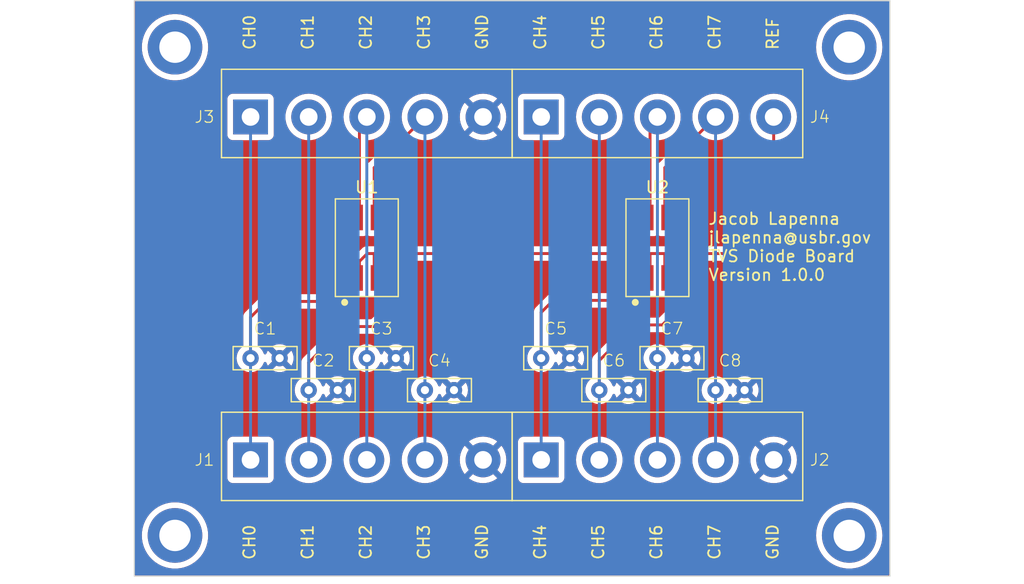
<source format=kicad_pcb>
(kicad_pcb (version 20221018) (generator pcbnew)
  (layers (0 "F.Cu" signal) (31 "B.Cu" signal) (34 "B.Paste" user) (35 "F.Paste" user) (36 "B.SilkS" user "B.Silkscreen") (37 "F.SilkS" user "F.Silkscreen") (38 "B.Mask" user) (39 "F.Mask" user) (44 "Edge.Cuts" user))
  (net 0 "")
  (net 1 "Net-(J1-Pin_1)")
  (net 2 "GND")
  (net 3 "Net-(J1-Pin_2)")
  (net 4 "Net-(J1-Pin_3)")
  (net 5 "Net-(J1-Pin_4)")
  (net 6 "Net-(J2-Pin_1)")
  (net 7 "Net-(J2-Pin_2)")
  (net 8 "Net-(J2-Pin_3)")
  (net 9 "Net-(J2-Pin_4)")
  (net 10 "Net-(J4-Pin_5)")
  (footprint "TVS_Diodes:Bypass_C" (layer "F.Cu") (at 139.215 105.84)
    (fp_text reference "C4" (at 0 -2.54 unlocked) (layer "F.SilkS") (effects (font (thickness 0.1))))
    (fp_text value "C")
    (fp_line (start -2.75 -1) (end -2.75 1) (stroke (width 0.12)) (layer "F.SilkS"))
    (fp_line (start -2.75 -1) (end 2.75 -1) (stroke (width 0.12)) (layer "F.SilkS"))
    (fp_line (start -2.75 1) (end 2.75 1) (stroke (width 0.12)) (layer "F.SilkS"))
    (fp_line (start 2.75 -1) (end 2.75 1) (stroke (width 0.12)) (layer "F.SilkS"))
    (pad "1" thru_hole circle (at -1.25 0) (size 1.4 1.4) (drill 0.7) (layers "*.Cu" "*.Mask") (net 5 "Net-(J1-Pin_4)"))
    (pad "2" thru_hole circle (at 1.25 0) (size 1.4 1.4) (drill 0.7) (layers "*.Cu" "F.Mask") (net 2 "GND"))
  )
  (footprint "MountingHole:MountingHole_2.7mm_M2.5_DIN965_Pad" (layer "F.Cu") (at 174.465 76.34)
    (fp_text reference "REF**" hide)
    (fp_text value "MountingHole_2.7mm_M2.5_DIN965_Pad")
    (pad "1" thru_hole circle (at 0 0) (size 4.7 4.7) (drill 2.7) (layers "*.Cu" "*.Mask"))
  )
  (footprint "TVS_Diodes:SRDA70-4" (layer "F.Cu") (at 132.965 93.59)
    (fp_text reference "U1" (at 0 -5.2) (layer "F.SilkS"))
    (fp_text value "~" hide)
    (fp_line (start -2.705 -4.2) (end 2.705 -4.2) (stroke (width 0.12)) (layer "F.SilkS"))
    (fp_line (start -2.705 4.2) (end -2.705 -4.2) (stroke (width 0.12)) (layer "F.SilkS"))
    (fp_line (start 2.705 -4.2) (end 2.705 4.2) (stroke (width 0.12)) (layer "F.SilkS"))
    (fp_line (start 2.705 4.2) (end -2.705 4.2) (stroke (width 0.12)) (layer "F.SilkS"))
    (fp_circle (center -1.905 4.7) (end -1.655 4.7) (stroke (width 0.1)) (fill solid) (layer "F.SilkS"))
    (pad "1" smd rect (at -1.905 2.6) (size 0.6 2.2) (layers "F.Cu" "F.Paste" "F.Mask") (net 1 "Net-(J1-Pin_1)"))
    (pad "2" smd rect (at -0.635 2.6) (size 0.6 2.2) (layers "F.Cu" "F.Paste" "F.Mask") (net 10 "Net-(J4-Pin_5)"))
    (pad "3" smd rect (at 0.635 2.6) (size 0.6 2.2) (layers "F.Cu" "F.Paste" "F.Mask") (net 10 "Net-(J4-Pin_5)"))
    (pad "4" smd rect (at 1.905 2.6) (size 0.6 2.2) (layers "F.Cu" "F.Paste" "F.Mask") (net 3 "Net-(J1-Pin_2)"))
    (pad "5" smd rect (at 1.905 -2.6) (size 0.6 2.2) (layers "F.Cu" "F.Paste" "F.Mask") (net 2 "GND"))
    (pad "6" smd rect (at 0.635 -2.6) (size 0.6 2.2) (layers "F.Cu" "F.Paste" "F.Mask") (net 5 "Net-(J1-Pin_4)"))
    (pad "7" smd rect (at -0.635 -2.6) (size 0.6 2.2) (layers "F.Cu" "F.Paste" "F.Mask") (net 4 "Net-(J1-Pin_3)"))
    (pad "8" smd rect (at -1.905 -2.6) (size 0.6 2.2) (layers "F.Cu" "F.Paste" "F.Mask") (net 2 "GND"))
  )
  (footprint "TVS_Diodes:SRDA70-4" (layer "F.Cu") (at 157.965 93.59)
    (fp_text reference "U2" (at 0 -5.2) (layer "F.SilkS"))
    (fp_text value "~" hide)
    (fp_line (start -2.705 -4.2) (end 2.705 -4.2) (stroke (width 0.12)) (layer "F.SilkS"))
    (fp_line (start -2.705 4.2) (end -2.705 -4.2) (stroke (width 0.12)) (layer "F.SilkS"))
    (fp_line (start 2.705 -4.2) (end 2.705 4.2) (stroke (width 0.12)) (layer "F.SilkS"))
    (fp_line (start 2.705 4.2) (end -2.705 4.2) (stroke (width 0.12)) (layer "F.SilkS"))
    (fp_circle (center -1.905 4.7) (end -1.655 4.7) (stroke (width 0.1)) (fill solid) (layer "F.SilkS"))
    (pad "1" smd rect (at -1.905 2.6) (size 0.6 2.2) (layers "F.Cu" "F.Paste" "F.Mask") (net 6 "Net-(J2-Pin_1)"))
    (pad "2" smd rect (at -0.635 2.6) (size 0.6 2.2) (layers "F.Cu" "F.Paste" "F.Mask") (net 10 "Net-(J4-Pin_5)"))
    (pad "3" smd rect (at 0.635 2.6) (size 0.6 2.2) (layers "F.Cu" "F.Paste" "F.Mask") (net 10 "Net-(J4-Pin_5)"))
    (pad "4" smd rect (at 1.905 2.6) (size 0.6 2.2) (layers "F.Cu" "F.Paste" "F.Mask") (net 7 "Net-(J2-Pin_2)"))
    (pad "5" smd rect (at 1.905 -2.6) (size 0.6 2.2) (layers "F.Cu" "F.Paste" "F.Mask") (net 2 "GND"))
    (pad "6" smd rect (at 0.635 -2.6) (size 0.6 2.2) (layers "F.Cu" "F.Paste" "F.Mask") (net 9 "Net-(J2-Pin_4)"))
    (pad "7" smd rect (at -0.635 -2.6) (size 0.6 2.2) (layers "F.Cu" "F.Paste" "F.Mask") (net 8 "Net-(J2-Pin_3)"))
    (pad "8" smd rect (at -1.905 -2.6) (size 0.6 2.2) (layers "F.Cu" "F.Paste" "F.Mask") (net 2 "GND"))
  )
  (footprint "TVS_Diodes:TB002-500" (layer "F.Cu") (at 157.965 82.34)
    (fp_text reference "J4" (at 13.965 0 unlocked) (layer "F.SilkS") (effects (font (thickness 0.1))))
    (fp_text value "Screw_Terminal_01x05")
    (fp_line (start -12.5 -4.1) (end -12.5 3.5) (stroke (width 0.12)) (layer "F.SilkS"))
    (fp_line (start -12.5 -4.1) (end 12.5 -4.1) (stroke (width 0.12)) (layer "F.SilkS"))
    (fp_line (start -12.5 3.5) (end 12.5 3.5) (stroke (width 0.12)) (layer "F.SilkS"))
    (fp_line (start 12.5 -4.1) (end 12.5 3.5) (stroke (width 0.12)) (layer "F.SilkS"))
    (pad "1" thru_hole rect (at -10 0) (size 3 3) (drill 1.52) (layers "*.Cu" "*.Mask") (net 6 "Net-(J2-Pin_1)"))
    (pad "2" thru_hole circle (at -5 0) (size 3 3) (drill 1.52) (layers "*.Cu" "*.Mask") (net 7 "Net-(J2-Pin_2)"))
    (pad "3" thru_hole circle (at 0 0) (size 3 3) (drill 1.52) (layers "*.Cu" "*.Mask") (net 8 "Net-(J2-Pin_3)"))
    (pad "4" thru_hole circle (at 5 0) (size 3 3) (drill 1.52) (layers "*.Cu" "*.Mask") (net 9 "Net-(J2-Pin_4)"))
    (pad "5" thru_hole circle (at 10 0) (size 3 3) (drill 1.52) (layers "*.Cu" "*.Mask") (net 10 "Net-(J4-Pin_5)"))
  )
  (footprint "TVS_Diodes:TB002-500" (layer "F.Cu") (at 157.965 111.84)
    (fp_text reference "J2" (at 13.965 0 unlocked) (layer "F.SilkS") (effects (font (thickness 0.1))))
    (fp_text value "Screw_Terminal_01x05")
    (fp_line (start -12.5 -4.1) (end -12.5 3.5) (stroke (width 0.12)) (layer "F.SilkS"))
    (fp_line (start -12.5 -4.1) (end 12.5 -4.1) (stroke (width 0.12)) (layer "F.SilkS"))
    (fp_line (start -12.5 3.5) (end 12.5 3.5) (stroke (width 0.12)) (layer "F.SilkS"))
    (fp_line (start 12.5 -4.1) (end 12.5 3.5) (stroke (width 0.12)) (layer "F.SilkS"))
    (pad "1" thru_hole rect (at -10 0) (size 3 3) (drill 1.52) (layers "*.Cu" "*.Mask") (net 6 "Net-(J2-Pin_1)"))
    (pad "2" thru_hole circle (at -5 0) (size 3 3) (drill 1.52) (layers "*.Cu" "*.Mask") (net 7 "Net-(J2-Pin_2)"))
    (pad "3" thru_hole circle (at 0 0) (size 3 3) (drill 1.52) (layers "*.Cu" "*.Mask") (net 8 "Net-(J2-Pin_3)"))
    (pad "4" thru_hole circle (at 5 0) (size 3 3) (drill 1.52) (layers "*.Cu" "*.Mask") (net 9 "Net-(J2-Pin_4)"))
    (pad "5" thru_hole circle (at 10 0) (size 3 3) (drill 1.52) (layers "*.Cu" "*.Mask") (net 2 "GND"))
  )
  (footprint "TVS_Diodes:Bypass_C" (layer "F.Cu") (at 134.215 103.09)
    (fp_text reference "C3" (at 0 -2.54 unlocked) (layer "F.SilkS") (effects (font (thickness 0.1))))
    (fp_text value "C")
    (fp_line (start -2.75 -1) (end -2.75 1) (stroke (width 0.12)) (layer "F.SilkS"))
    (fp_line (start -2.75 -1) (end 2.75 -1) (stroke (width 0.12)) (layer "F.SilkS"))
    (fp_line (start -2.75 1) (end 2.75 1) (stroke (width 0.12)) (layer "F.SilkS"))
    (fp_line (start 2.75 -1) (end 2.75 1) (stroke (width 0.12)) (layer "F.SilkS"))
    (pad "1" thru_hole circle (at -1.25 0) (size 1.4 1.4) (drill 0.7) (layers "*.Cu" "*.Mask") (net 4 "Net-(J1-Pin_3)"))
    (pad "2" thru_hole circle (at 1.25 0) (size 1.4 1.4) (drill 0.7) (layers "*.Cu" "F.Mask") (net 2 "GND"))
  )
  (footprint "TVS_Diodes:Bypass_C" (layer "F.Cu") (at 149.215 103.09)
    (fp_text reference "C5" (at 0 -2.54 unlocked) (layer "F.SilkS") (effects (font (thickness 0.1))))
    (fp_text value "C")
    (fp_line (start -2.75 -1) (end -2.75 1) (stroke (width 0.12)) (layer "F.SilkS"))
    (fp_line (start -2.75 -1) (end 2.75 -1) (stroke (width 0.12)) (layer "F.SilkS"))
    (fp_line (start -2.75 1) (end 2.75 1) (stroke (width 0.12)) (layer "F.SilkS"))
    (fp_line (start 2.75 -1) (end 2.75 1) (stroke (width 0.12)) (layer "F.SilkS"))
    (pad "1" thru_hole circle (at -1.25 0) (size 1.4 1.4) (drill 0.7) (layers "*.Cu" "*.Mask") (net 6 "Net-(J2-Pin_1)"))
    (pad "2" thru_hole circle (at 1.25 0) (size 1.4 1.4) (drill 0.7) (layers "*.Cu" "F.Mask") (net 2 "GND"))
  )
  (footprint "TVS_Diodes:Bypass_C" (layer "F.Cu") (at 124.215 103.09)
    (fp_text reference "C1" (at 0 -2.54 unlocked) (layer "F.SilkS") (effects (font (thickness 0.1))))
    (fp_text value "C")
    (fp_line (start -2.75 -1) (end -2.75 1) (stroke (width 0.12)) (layer "F.SilkS"))
    (fp_line (start -2.75 -1) (end 2.75 -1) (stroke (width 0.12)) (layer "F.SilkS"))
    (fp_line (start -2.75 1) (end 2.75 1) (stroke (width 0.12)) (layer "F.SilkS"))
    (fp_line (start 2.75 -1) (end 2.75 1) (stroke (width 0.12)) (layer "F.SilkS"))
    (pad "1" thru_hole circle (at -1.25 0) (size 1.4 1.4) (drill 0.7) (layers "*.Cu" "*.Mask") (net 1 "Net-(J1-Pin_1)"))
    (pad "2" thru_hole circle (at 1.25 0) (size 1.4 1.4) (drill 0.7) (layers "*.Cu" "F.Mask") (net 2 "GND"))
  )
  (footprint "TVS_Diodes:Bypass_C" (layer "F.Cu") (at 154.215 105.84)
    (fp_text reference "C6" (at 0 -2.54 unlocked) (layer "F.SilkS") (effects (font (thickness 0.1))))
    (fp_text value "C")
    (fp_line (start -2.75 -1) (end -2.75 1) (stroke (width 0.12)) (layer "F.SilkS"))
    (fp_line (start -2.75 -1) (end 2.75 -1) (stroke (width 0.12)) (layer "F.SilkS"))
    (fp_line (start -2.75 1) (end 2.75 1) (stroke (width 0.12)) (layer "F.SilkS"))
    (fp_line (start 2.75 -1) (end 2.75 1) (stroke (width 0.12)) (layer "F.SilkS"))
    (pad "1" thru_hole circle (at -1.25 0) (size 1.4 1.4) (drill 0.7) (layers "*.Cu" "*.Mask") (net 7 "Net-(J2-Pin_2)"))
    (pad "2" thru_hole circle (at 1.25 0) (size 1.4 1.4) (drill 0.7) (layers "*.Cu" "F.Mask") (net 2 "GND"))
  )
  (footprint "MountingHole:MountingHole_2.7mm_M2.5_DIN965_Pad" (layer "F.Cu") (at 116.465 76.34)
    (fp_text reference "REF**" hide)
    (fp_text value "MountingHole_2.7mm_M2.5_DIN965_Pad")
    (pad "1" thru_hole circle (at 0 0) (size 4.7 4.7) (drill 2.7) (layers "*.Cu" "*.Mask"))
  )
  (footprint "TVS_Diodes:Bypass_C" (layer "F.Cu") (at 129.215 105.84)
    (fp_text reference "C2" (at 0 -2.54 unlocked) (layer "F.SilkS") (effects (font (thickness 0.1))))
    (fp_text value "C")
    (fp_line (start -2.75 -1) (end -2.75 1) (stroke (width 0.12)) (layer "F.SilkS"))
    (fp_line (start -2.75 -1) (end 2.75 -1) (stroke (width 0.12)) (layer "F.SilkS"))
    (fp_line (start -2.75 1) (end 2.75 1) (stroke (width 0.12)) (layer "F.SilkS"))
    (fp_line (start 2.75 -1) (end 2.75 1) (stroke (width 0.12)) (layer "F.SilkS"))
    (pad "1" thru_hole circle (at -1.25 0) (size 1.4 1.4) (drill 0.7) (layers "*.Cu" "*.Mask") (net 3 "Net-(J1-Pin_2)"))
    (pad "2" thru_hole circle (at 1.25 0) (size 1.4 1.4) (drill 0.7) (layers "*.Cu" "F.Mask") (net 2 "GND"))
  )
  (footprint "TVS_Diodes:Bypass_C" (layer "F.Cu") (at 159.215 103.09)
    (fp_text reference "C7" (at 0 -2.54 unlocked) (layer "F.SilkS") (effects (font (thickness 0.1))))
    (fp_text value "C")
    (fp_line (start -2.75 -1) (end -2.75 1) (stroke (width 0.12)) (layer "F.SilkS"))
    (fp_line (start -2.75 -1) (end 2.75 -1) (stroke (width 0.12)) (layer "F.SilkS"))
    (fp_line (start -2.75 1) (end 2.75 1) (stroke (width 0.12)) (layer "F.SilkS"))
    (fp_line (start 2.75 -1) (end 2.75 1) (stroke (width 0.12)) (layer "F.SilkS"))
    (pad "1" thru_hole circle (at -1.25 0) (size 1.4 1.4) (drill 0.7) (layers "*.Cu" "*.Mask") (net 8 "Net-(J2-Pin_3)"))
    (pad "2" thru_hole circle (at 1.25 0) (size 1.4 1.4) (drill 0.7) (layers "*.Cu" "F.Mask") (net 2 "GND"))
  )
  (footprint "TVS_Diodes:Bypass_C" (layer "F.Cu") (at 164.215 105.84)
    (fp_text reference "C8" (at 0 -2.54 unlocked) (layer "F.SilkS") (effects (font (thickness 0.1))))
    (fp_text value "C")
    (fp_line (start -2.75 -1) (end -2.75 1) (stroke (width 0.12)) (layer "F.SilkS"))
    (fp_line (start -2.75 -1) (end 2.75 -1) (stroke (width 0.12)) (layer "F.SilkS"))
    (fp_line (start -2.75 1) (end 2.75 1) (stroke (width 0.12)) (layer "F.SilkS"))
    (fp_line (start 2.75 -1) (end 2.75 1) (stroke (width 0.12)) (layer "F.SilkS"))
    (pad "1" thru_hole circle (at -1.25 0) (size 1.4 1.4) (drill 0.7) (layers "*.Cu" "*.Mask") (net 9 "Net-(J2-Pin_4)"))
    (pad "2" thru_hole circle (at 1.25 0) (size 1.4 1.4) (drill 0.7) (layers "*.Cu" "F.Mask") (net 2 "GND"))
  )
  (footprint "TVS_Diodes:TB002-500" (layer "F.Cu") (at 132.965 111.84)
    (fp_text reference "J1" (at -13.965 0 unlocked) (layer "F.SilkS") (effects (font (thickness 0.1))))
    (fp_text value "Screw_Terminal_01x05")
    (fp_line (start -12.5 -4.1) (end -12.5 3.5) (stroke (width 0.12)) (layer "F.SilkS"))
    (fp_line (start -12.5 -4.1) (end 12.5 -4.1) (stroke (width 0.12)) (layer "F.SilkS"))
    (fp_line (start -12.5 3.5) (end 12.5 3.5) (stroke (width 0.12)) (layer "F.SilkS"))
    (fp_line (start 12.5 -4.1) (end 12.5 3.5) (stroke (width 0.12)) (layer "F.SilkS"))
    (pad "1" thru_hole rect (at -10 0) (size 3 3) (drill 1.52) (layers "*.Cu" "*.Mask") (net 1 "Net-(J1-Pin_1)"))
    (pad "2" thru_hole circle (at -5 0) (size 3 3) (drill 1.52) (layers "*.Cu" "*.Mask") (net 3 "Net-(J1-Pin_2)"))
    (pad "3" thru_hole circle (at 0 0) (size 3 3) (drill 1.52) (layers "*.Cu" "*.Mask") (net 4 "Net-(J1-Pin_3)"))
    (pad "4" thru_hole circle (at 5 0) (size 3 3) (drill 1.52) (layers "*.Cu" "*.Mask") (net 5 "Net-(J1-Pin_4)"))
    (pad "5" thru_hole circle (at 10 0) (size 3 3) (drill 1.52) (layers "*.Cu" "*.Mask") (net 2 "GND"))
  )
  (footprint "MountingHole:MountingHole_2.7mm_M2.5_DIN965_Pad" (layer "F.Cu") (at 174.465 118.34)
    (fp_text reference "REF**" hide)
    (fp_text value "MountingHole_2.7mm_M2.5_DIN965_Pad")
    (pad "1" thru_hole circle (at 0 0) (size 4.7 4.7) (drill 2.7) (layers "*.Cu" "*.Mask"))
  )
  (footprint "MountingHole:MountingHole_2.7mm_M2.5_DIN965_Pad" (layer "F.Cu") (at 116.465 118.34)
    (fp_text reference "REF**" hide)
    (fp_text value "MountingHole_2.7mm_M2.5_DIN965_Pad")
    (pad "1" thru_hole circle (at 0 0) (size 4.7 4.7) (drill 2.7) (layers "*.Cu" "*.Mask"))
  )
  (footprint "TVS_Diodes:TB002-500" (layer "F.Cu") (at 132.965 82.34)
    (fp_text reference "J3" (at -13.965 0 unlocked) (layer "F.SilkS") (effects (font (thickness 0.1))))
    (fp_text value "Screw_Terminal_01x05")
    (fp_line (start -12.5 -4.1) (end -12.5 3.5) (stroke (width 0.12)) (layer "F.SilkS"))
    (fp_line (start -12.5 -4.1) (end 12.5 -4.1) (stroke (width 0.12)) (layer "F.SilkS"))
    (fp_line (start -12.5 3.5) (end 12.5 3.5) (stroke (width 0.12)) (layer "F.SilkS"))
    (fp_line (start 12.5 -4.1) (end 12.5 3.5) (stroke (width 0.12)) (layer "F.SilkS"))
    (pad "1" thru_hole rect (at -10 0) (size 3 3) (drill 1.52) (layers "*.Cu" "*.Mask") (net 1 "Net-(J1-Pin_1)"))
    (pad "2" thru_hole circle (at -5 0) (size 3 3) (drill 1.52) (layers "*.Cu" "*.Mask") (net 3 "Net-(J1-Pin_2)"))
    (pad "3" thru_hole circle (at 0 0) (size 3 3) (drill 1.52) (layers "*.Cu" "*.Mask") (net 4 "Net-(J1-Pin_3)"))
    (pad "4" thru_hole circle (at 5 0) (size 3 3) (drill 1.52) (layers "*.Cu" "*.Mask") (net 5 "Net-(J1-Pin_4)"))
    (pad "5" thru_hole circle (at 10 0) (size 3 3) (drill 1.52) (layers "*.Cu" "*.Mask") (net 2 "GND"))
  )
  (gr_rect (start 112.965 121.84) (end 177.965 72.34) (stroke (width 0.1)) (fill none) (layer "Edge.Cuts"))
  (gr_text "CH2" (at 133.456 120.52 90) (layer "F.SilkS") (effects (font (size 1 1)) (justify left bottom)))
  (gr_text "GND" (at 143.456 120.52 90) (layer "F.SilkS") (effects (font (size 1 1)) (justify left bottom)))
  (gr_text "CH4" (at 148.456 120.52 90) (layer "F.SilkS") (effects (font (size 1 1)) (justify left bottom)))
  (gr_text "CH6" (at 158.456 120.52 90) (layer "F.SilkS") (effects (font (size 1 1)) (justify left bottom)))
  (gr_text "CH2" (at 133.465 76.66 90) (layer "F.SilkS") (effects (font (size 1 1)) (justify left bottom)))
  (gr_text "CH4" (at 148.465 76.66 90) (layer "F.SilkS") (effects (font (size 1 1)) (justify left bottom)))
  (gr_text "CH1" (at 128.465 76.66 90) (layer "F.SilkS") (effects (font (size 1 1)) (justify left bottom)))
  (gr_text "CH6" (at 158.465 76.66 90) (layer "F.SilkS") (effects (font (size 1 1)) (justify left bottom)))
  (gr_text "GND" (at 168.456 120.52 90) (layer "F.SilkS") (effects (font (size 1 1)) (justify left bottom)))
  (gr_text "CH7" (at 163.465 76.66 90) (layer "F.SilkS") (effects (font (size 1 1)) (justify left bottom)))
  (gr_text "CH7" (at 163.456 120.52 90) (layer "F.SilkS") (effects (font (size 1 1)) (justify left bottom)))
  (gr_text "CH0" (at 123.456 120.52 90) (layer "F.SilkS") (effects (font (size 1 1)) (justify left bottom)))
  (gr_text "Jacob Lapenna\njlapenna@usbr.gov\nTVS Diode Board\nVersion 1.0.0" (at 162.28 96.51) (layer "F.SilkS") (effects (font (size 1 1)) (justify left bottom)))
  (gr_text "CH5" (at 153.465 76.66 90) (layer "F.SilkS") (effects (font (size 1 1)) (justify left bottom)))
  (gr_text "CH1" (at 128.456 120.52 90) (layer "F.SilkS") (effects (font (size 1 1)) (justify left bottom)))
  (gr_text "CH5" (at 153.456 120.52 90) (layer "F.SilkS") (effects (font (size 1 1)) (justify left bottom)))
  (gr_text "GND" (at 143.465 76.66 90) (layer "F.SilkS") (effects (font (size 1 1)) (justify left bottom)))
  (gr_text "REF" (at 168.465 76.66 90) (layer "F.SilkS") (effects (font (size 1 1)) (justify left bottom)))
  (gr_text "CH0" (at 123.465 76.66 90) (layer "F.SilkS") (effects (font (size 1 1)) (justify left bottom)))
  (gr_text "CH3" (at 138.465 76.66 90) (layer "F.SilkS") (effects (font (size 1 1)) (justify left bottom)))
  (gr_text "CH3" (at 138.456 120.52 90) (layer "F.SilkS") (effects (font (size 1 1)) (justify left bottom)))
  (segment (start 124.325 98.21) (end 122.965 99.57) (width 0.25) (layer "F.Cu") (net 1))
  (segment (start 131.06 97.415) (end 130.265 98.21) (width 0.25) (layer "F.Cu") (net 1))
  (segment (start 131.06 96.19) (end 131.06 97.415) (width 0.25) (layer "F.Cu") (net 1))
  (segment (start 130.265 98.21) (end 124.325 98.21) (width 0.25) (layer "F.Cu") (net 1))
  (segment (start 122.965 99.57) (end 122.965 103.09) (width 0.25) (layer "F.Cu") (net 1))
  (segment (start 122.965 111.84) (end 122.965 103.09) (width 0.25) (layer "B.Cu") (net 1))
  (segment (start 122.965 103.09) (end 122.965 82.34) (width 0.25) (layer "B.Cu") (net 1))
  (segment (start 127.965 105.84) (end 127.965 103.47) (width 0.25) (layer "F.Cu") (net 3))
  (segment (start 131.065 100.37) (end 133.615 100.37) (width 0.25) (layer "F.Cu") (net 3))
  (segment (start 133.615 100.37) (end 134.87 99.115) (width 0.25) (layer "F.Cu") (net 3))
  (segment (start 127.965 103.47) (end 131.065 100.37) (width 0.25) (layer "F.Cu") (net 3))
  (segment (start 134.87 99.115) (end 134.87 96.19) (width 0.25) (layer "F.Cu") (net 3))
  (segment (start 127.965 105.84) (end 127.965 82.34) (width 0.25) (layer "B.Cu") (net 3))
  (segment (start 127.965 111.84) (end 127.965 105.84) (width 0.25) (layer "B.Cu") (net 3))
  (segment (start 132.33 90.99) (end 132.33 82.975) (width 0.25) (layer "F.Cu") (net 4))
  (segment (start 132.33 82.975) (end 132.965 82.34) (width 0.25) (layer "F.Cu") (net 4))
  (segment (start 132.965 111.84) (end 132.965 103.09) (width 0.25) (layer "B.Cu") (net 4))
  (segment (start 132.965 103.09) (end 132.965 82.34) (width 0.25) (layer "B.Cu") (net 4))
  (segment (start 133.6 90.99) (end 133.6 86.705) (width 0.25) (layer "F.Cu") (net 5))
  (segment (start 133.6 86.705) (end 137.965 82.34) (width 0.25) (layer "F.Cu") (net 5))
  (segment (start 137.965 105.84) (end 137.965 82.34) (width 0.25) (layer "B.Cu") (net 5))
  (segment (start 137.965 111.84) (end 137.965 105.84) (width 0.25) (layer "B.Cu") (net 5))
  (segment (start 155.355 98.12) (end 156.06 97.415) (width 0.25) (layer "F.Cu") (net 6))
  (segment (start 147.965 99.155) (end 149 98.12) (width 0.25) (layer "F.Cu") (net 6))
  (segment (start 156.06 97.415) (end 156.06 96.19) (width 0.25) (layer "F.Cu") (net 6))
  (segment (start 147.965 103.09) (end 147.965 99.155) (width 0.25) (layer "F.Cu") (net 6))
  (segment (start 149 98.12) (end 155.355 98.12) (width 0.25) (layer "F.Cu") (net 6))
  (segment (start 147.965 103.09) (end 147.965 82.34) (width 0.25) (layer "B.Cu") (net 6))
  (segment (start 147.965 111.84) (end 147.965 103.09) (width 0.25) (layer "B.Cu") (net 6))
  (segment (start 152.965 103.29) (end 156.025 100.23) (width 0.25) (layer "F.Cu") (net 7))
  (segment (start 158.385 100.23) (end 159.87 98.745) (width 0.25) (layer "F.Cu") (net 7))
  (segment (start 152.965 105.84) (end 152.965 103.29) (width 0.25) (layer "F.Cu") (net 7))
  (segment (start 156.025 100.23) (end 158.385 100.23) (width 0.25) (layer "F.Cu") (net 7))
  (segment (start 159.87 98.745) (end 159.87 96.19) (width 0.25) (layer "F.Cu") (net 7))
  (segment (start 152.965 105.84) (end 152.965 82.34) (width 0.25) (layer "B.Cu") (net 7))
  (segment (start 152.965 111.84) (end 152.965 105.84) (width 0.25) (layer "B.Cu") (net 7))
  (segment (start 157.33 90.99) (end 157.33 82.975) (width 0.25) (layer "F.Cu") (net 8))
  (segment (start 157.33 82.975) (end 157.965 82.34) (width 0.25) (layer "F.Cu") (net 8))
  (segment (start 157.965 111.84) (end 157.965 103.09) (width 0.25) (layer "B.Cu") (net 8))
  (segment (start 157.965 103.09) (end 157.965 82.34) (width 0.25) (layer "B.Cu") (net 8))
  (segment (start 158.6 90.99) (end 158.6 86.705) (width 0.25) (layer "F.Cu") (net 9))
  (segment (start 158.6 86.705) (end 162.965 82.34) (width 0.25) (layer "F.Cu") (net 9))
  (segment (start 162.965 105.84) (end 162.965 82.34) (width 0.25) (layer "B.Cu") (net 9))
  (segment (start 162.965 111.84) (end 162.965 105.84) (width 0.25) (layer "B.Cu") (net 9))
  (segment (start 158.6 96.19) (end 158.6 94.155) (width 0.25) (layer "F.Cu") (net 10))
  (segment (start 132.33 94.765) (end 132.33 96.19) (width 0.25) (layer "F.Cu") (net 10))
  (segment (start 158.6 94.155) (end 158.665 94.09) (width 0.25) (layer "F.Cu") (net 10))
  (segment (start 133.005 94.09) (end 132.33 94.765) (width 0.25) (layer "F.Cu") (net 10))
  (segment (start 166.455 94.09) (end 158.665 94.09) (width 0.25) (layer "F.Cu") (net 10))
  (segment (start 133.615 94.09) (end 133.005 94.09) (width 0.25) (layer "F.Cu") (net 10))
  (segment (start 157.205 94.09) (end 133.615 94.09) (width 0.25) (layer "F.Cu") (net 10))
  (segment (start 133.6 96.19) (end 133.6 94.105) (width 0.25) (layer "F.Cu") (net 10))
  (segment (start 133.6 94.105) (end 133.615 94.09) (width 0.25) (layer "F.Cu") (net 10))
  (segment (start 157.33 94.215) (end 157.205 94.09) (width 0.25) (layer "F.Cu") (net 10))
  (segment (start 167.965 82.34) (end 167.965 92.58) (width 0.25) (layer "F.Cu") (net 10))
  (segment (start 157.33 96.19) (end 157.33 94.215) (width 0.25) (layer "F.Cu") (net 10))
  (segment (start 158.665 94.09) (end 157.205 94.09) (width 0.25) (layer "F.Cu") (net 10))
  (segment (start 167.965 92.58) (end 166.455 94.09) (width 0.25) (layer "F.Cu") (net 10))
  (zone (net 2) (net_name "GND") (layer "F.Cu") (priority 1) (connect_pads (clearance 0.5)) (min_thickness 0.25) (fill yes (thermal_gap 0.5) (thermal_bridge_width 0.5))
    (polygon (pts (xy 112.935 72.3) (xy 177.845 72.3) (xy 177.915 121.83) (xy 112.915 121.83)))
  )
  (zone (net 2) (net_name "GND") (layer "B.Cu") (connect_pads (clearance 0.5)) (min_thickness 0.25) (fill yes (thermal_gap 0.5) (thermal_bridge_width 0.5))
    (polygon (pts (xy 113.025 72.28) (xy 177.985 72.37) (xy 177.915 121.78) (xy 112.915 121.78) (xy 113.03 72.36)))
  )
)
</source>
